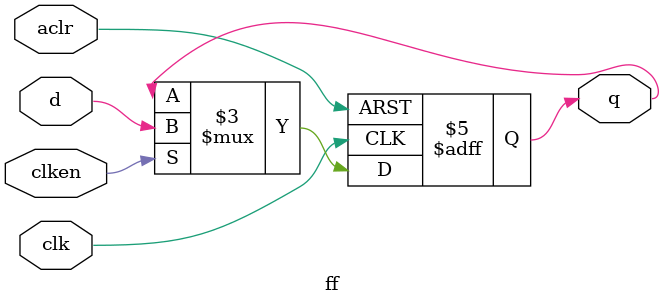
<source format=v>
module ff (clk, aclr, clken, d, q);
input clk, aclr, clken;
input d;
output reg q;

always @(posedge clk or negedge aclr)
begin
    if (aclr == 1'b0)
        q <= 1'b0;
    else if (clken)
        q <= d;
end
endmodule

</source>
